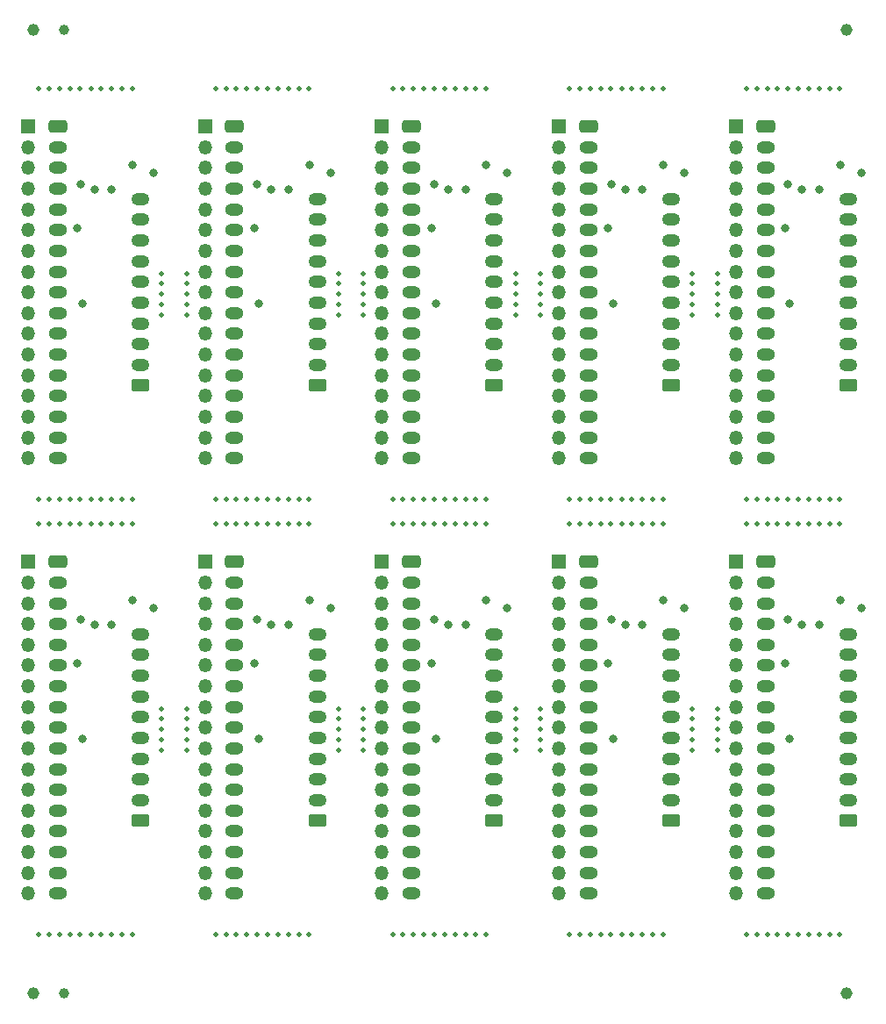
<source format=gbr>
%TF.GenerationSoftware,KiCad,Pcbnew,(6.0.1)*%
%TF.CreationDate,2022-07-06T22:16:31-07:00*%
%TF.ProjectId,mu100-dit-connector-board-panelized,6d753130-302d-4646-9974-2d636f6e6e65,rev?*%
%TF.SameCoordinates,Original*%
%TF.FileFunction,Soldermask,Bot*%
%TF.FilePolarity,Negative*%
%FSLAX46Y46*%
G04 Gerber Fmt 4.6, Leading zero omitted, Abs format (unit mm)*
G04 Created by KiCad (PCBNEW (6.0.1)) date 2022-07-06 22:16:31*
%MOMM*%
%LPD*%
G01*
G04 APERTURE LIST*
G04 Aperture macros list*
%AMRoundRect*
0 Rectangle with rounded corners*
0 $1 Rounding radius*
0 $2 $3 $4 $5 $6 $7 $8 $9 X,Y pos of 4 corners*
0 Add a 4 corners polygon primitive as box body*
4,1,4,$2,$3,$4,$5,$6,$7,$8,$9,$2,$3,0*
0 Add four circle primitives for the rounded corners*
1,1,$1+$1,$2,$3*
1,1,$1+$1,$4,$5*
1,1,$1+$1,$6,$7*
1,1,$1+$1,$8,$9*
0 Add four rect primitives between the rounded corners*
20,1,$1+$1,$2,$3,$4,$5,0*
20,1,$1+$1,$4,$5,$6,$7,0*
20,1,$1+$1,$6,$7,$8,$9,0*
20,1,$1+$1,$8,$9,$2,$3,0*%
G04 Aperture macros list end*
%ADD10C,1.000000*%
%ADD11C,1.152000*%
%ADD12C,0.500000*%
%ADD13R,1.350000X1.350000*%
%ADD14O,1.350000X1.350000*%
%ADD15RoundRect,0.250000X-0.650000X0.350000X-0.650000X-0.350000X0.650000X-0.350000X0.650000X0.350000X0*%
%ADD16O,1.800000X1.200000*%
%ADD17RoundRect,0.250000X0.625000X-0.350000X0.625000X0.350000X-0.625000X0.350000X-0.625000X-0.350000X0*%
%ADD18O,1.750000X1.200000*%
%ADD19C,0.800000*%
G04 APERTURE END LIST*
D10*
%TO.C,REF\u002A\u002A*%
X20500000Y-110500000D03*
%TD*%
D11*
%TO.C,REF\u002A\u002A*%
X96000000Y-110500000D03*
%TD*%
%TO.C,REF\u002A\u002A*%
X17500000Y-110500000D03*
%TD*%
D10*
%TO.C,REF\u002A\u002A*%
X20500000Y-17500000D03*
%TD*%
D11*
%TO.C,REF\u002A\u002A*%
X96000000Y-17500000D03*
%TD*%
%TO.C,REF\u002A\u002A*%
X17500000Y-17500000D03*
%TD*%
D12*
%TO.C,REF\u002A\u002A*%
X29875000Y-42000000D03*
%TD*%
%TO.C,REF\u002A\u002A*%
X46950000Y-41000000D03*
%TD*%
%TO.C,REF\u002A\u002A*%
X91350000Y-104800000D03*
%TD*%
%TO.C,REF\u002A\u002A*%
X54175000Y-65200000D03*
%TD*%
%TO.C,REF\u002A\u002A*%
X41125000Y-62800000D03*
%TD*%
%TO.C,REF\u002A\u002A*%
X73250000Y-23200000D03*
%TD*%
%TO.C,REF\u002A\u002A*%
X37100000Y-62800000D03*
%TD*%
%TO.C,REF\u002A\u002A*%
X41125000Y-104800000D03*
%TD*%
%TO.C,REF\u002A\u002A*%
X53175000Y-23200000D03*
%TD*%
%TO.C,REF\u002A\u002A*%
X29875000Y-44000000D03*
%TD*%
%TO.C,REF\u002A\u002A*%
X56175000Y-62800000D03*
%TD*%
%TO.C,REF\u002A\u002A*%
X64025000Y-41000000D03*
%TD*%
D13*
%TO.C,J1*%
X16995000Y-68835000D03*
D14*
X16995000Y-70835000D03*
X16995000Y-72835000D03*
X16995000Y-74835000D03*
X16995000Y-76835000D03*
X16995000Y-78835000D03*
X16995000Y-80835000D03*
X16995000Y-82835000D03*
X16995000Y-84835000D03*
X16995000Y-86835000D03*
X16995000Y-88835000D03*
X16995000Y-90835000D03*
X16995000Y-92835000D03*
X16995000Y-94835000D03*
X16995000Y-96835000D03*
X16995000Y-98835000D03*
X16995000Y-100835000D03*
%TD*%
D12*
%TO.C,REF\u002A\u002A*%
X36100000Y-62800000D03*
%TD*%
%TO.C,REF\u002A\u002A*%
X57200000Y-104800000D03*
%TD*%
%TO.C,REF\u002A\u002A*%
X37100000Y-23200000D03*
%TD*%
%TO.C,REF\u002A\u002A*%
X78275000Y-23200000D03*
%TD*%
%TO.C,REF\u002A\u002A*%
X52175000Y-104800000D03*
%TD*%
%TO.C,REF\u002A\u002A*%
X35100000Y-104800000D03*
%TD*%
%TO.C,REF\u002A\u002A*%
X88325000Y-62800000D03*
%TD*%
%TO.C,REF\u002A\u002A*%
X83500000Y-85000000D03*
%TD*%
%TO.C,REF\u002A\u002A*%
X57200000Y-23200000D03*
%TD*%
%TO.C,REF\u002A\u002A*%
X87325000Y-104800000D03*
%TD*%
%TO.C,REF\u002A\u002A*%
X64025000Y-86000000D03*
%TD*%
%TO.C,REF\u002A\u002A*%
X94350000Y-62800000D03*
%TD*%
%TO.C,REF\u002A\u002A*%
X95350000Y-65200000D03*
%TD*%
%TO.C,REF\u002A\u002A*%
X83500000Y-86000000D03*
%TD*%
%TO.C,REF\u002A\u002A*%
X32275000Y-86000000D03*
%TD*%
%TO.C,REF\u002A\u002A*%
X32275000Y-41000000D03*
%TD*%
%TO.C,REF\u002A\u002A*%
X38100000Y-23200000D03*
%TD*%
%TO.C,REF\u002A\u002A*%
X19025000Y-23200000D03*
%TD*%
%TO.C,REF\u002A\u002A*%
X26050000Y-104800000D03*
%TD*%
%TO.C,REF\u002A\u002A*%
X32275000Y-45000000D03*
%TD*%
%TO.C,REF\u002A\u002A*%
X56175000Y-65200000D03*
%TD*%
%TO.C,REF\u002A\u002A*%
X39100000Y-23200000D03*
%TD*%
%TO.C,REF\u002A\u002A*%
X52175000Y-65200000D03*
%TD*%
%TO.C,REF\u002A\u002A*%
X56175000Y-23200000D03*
%TD*%
%TO.C,REF\u002A\u002A*%
X81100000Y-83000000D03*
%TD*%
%TO.C,REF\u002A\u002A*%
X44125000Y-65200000D03*
%TD*%
%TO.C,REF\u002A\u002A*%
X55175000Y-62800000D03*
%TD*%
%TO.C,REF\u002A\u002A*%
X83500000Y-83000000D03*
%TD*%
%TO.C,REF\u002A\u002A*%
X81100000Y-86000000D03*
%TD*%
%TO.C,REF\u002A\u002A*%
X24050000Y-23200000D03*
%TD*%
%TO.C,REF\u002A\u002A*%
X36100000Y-23200000D03*
%TD*%
%TO.C,REF\u002A\u002A*%
X66425000Y-43000000D03*
%TD*%
%TO.C,REF\u002A\u002A*%
X81100000Y-41000000D03*
%TD*%
%TO.C,REF\u002A\u002A*%
X76275000Y-65200000D03*
%TD*%
%TO.C,REF\u002A\u002A*%
X87325000Y-65200000D03*
%TD*%
%TO.C,REF\u002A\u002A*%
X61200000Y-23200000D03*
%TD*%
%TO.C,REF\u002A\u002A*%
X83500000Y-84000000D03*
%TD*%
%TO.C,REF\u002A\u002A*%
X22025000Y-23200000D03*
%TD*%
%TO.C,REF\u002A\u002A*%
X32275000Y-44000000D03*
%TD*%
%TO.C,REF\u002A\u002A*%
X29875000Y-86000000D03*
%TD*%
%TO.C,REF\u002A\u002A*%
X40125000Y-62800000D03*
%TD*%
%TO.C,REF\u002A\u002A*%
X92350000Y-104800000D03*
%TD*%
%TO.C,REF\u002A\u002A*%
X54175000Y-62800000D03*
%TD*%
%TO.C,REF\u002A\u002A*%
X75275000Y-62800000D03*
%TD*%
D13*
%TO.C,J1*%
X16995000Y-26835000D03*
D14*
X16995000Y-28835000D03*
X16995000Y-30835000D03*
X16995000Y-32835000D03*
X16995000Y-34835000D03*
X16995000Y-36835000D03*
X16995000Y-38835000D03*
X16995000Y-40835000D03*
X16995000Y-42835000D03*
X16995000Y-44835000D03*
X16995000Y-46835000D03*
X16995000Y-48835000D03*
X16995000Y-50835000D03*
X16995000Y-52835000D03*
X16995000Y-54835000D03*
X16995000Y-56835000D03*
X16995000Y-58835000D03*
%TD*%
D12*
%TO.C,REF\u002A\u002A*%
X71250000Y-104800000D03*
%TD*%
%TO.C,REF\u002A\u002A*%
X49350000Y-86000000D03*
%TD*%
%TO.C,REF\u002A\u002A*%
X35100000Y-65200000D03*
%TD*%
%TO.C,REF\u002A\u002A*%
X39100000Y-62800000D03*
%TD*%
%TO.C,REF\u002A\u002A*%
X35100000Y-23200000D03*
%TD*%
%TO.C,REF\u002A\u002A*%
X95350000Y-104800000D03*
%TD*%
%TO.C,REF\u002A\u002A*%
X64025000Y-43000000D03*
%TD*%
%TO.C,REF\u002A\u002A*%
X24050000Y-104800000D03*
%TD*%
%TO.C,REF\u002A\u002A*%
X29875000Y-83000000D03*
%TD*%
%TO.C,REF\u002A\u002A*%
X19025000Y-65200000D03*
%TD*%
%TO.C,REF\u002A\u002A*%
X27050000Y-62800000D03*
%TD*%
%TO.C,REF\u002A\u002A*%
X83500000Y-41000000D03*
%TD*%
%TO.C,REF\u002A\u002A*%
X27050000Y-23200000D03*
%TD*%
%TO.C,REF\u002A\u002A*%
X29875000Y-45000000D03*
%TD*%
%TO.C,REF\u002A\u002A*%
X24050000Y-62800000D03*
%TD*%
%TO.C,REF\u002A\u002A*%
X90325000Y-62800000D03*
%TD*%
%TO.C,REF\u002A\u002A*%
X92350000Y-65200000D03*
%TD*%
%TO.C,REF\u002A\u002A*%
X88325000Y-23200000D03*
%TD*%
%TO.C,REF\u002A\u002A*%
X78275000Y-104800000D03*
%TD*%
%TO.C,REF\u002A\u002A*%
X73250000Y-62800000D03*
%TD*%
%TO.C,REF\u002A\u002A*%
X90325000Y-104800000D03*
%TD*%
%TO.C,REF\u002A\u002A*%
X60200000Y-62800000D03*
%TD*%
%TO.C,REF\u002A\u002A*%
X49350000Y-45000000D03*
%TD*%
%TO.C,REF\u002A\u002A*%
X78275000Y-65200000D03*
%TD*%
%TO.C,REF\u002A\u002A*%
X21025000Y-62800000D03*
%TD*%
%TO.C,REF\u002A\u002A*%
X36100000Y-65200000D03*
%TD*%
%TO.C,REF\u002A\u002A*%
X46950000Y-83000000D03*
%TD*%
D13*
%TO.C,J1*%
X85295000Y-68835000D03*
D14*
X85295000Y-70835000D03*
X85295000Y-72835000D03*
X85295000Y-74835000D03*
X85295000Y-76835000D03*
X85295000Y-78835000D03*
X85295000Y-80835000D03*
X85295000Y-82835000D03*
X85295000Y-84835000D03*
X85295000Y-86835000D03*
X85295000Y-88835000D03*
X85295000Y-90835000D03*
X85295000Y-92835000D03*
X85295000Y-94835000D03*
X85295000Y-96835000D03*
X85295000Y-98835000D03*
X85295000Y-100835000D03*
%TD*%
D12*
%TO.C,REF\u002A\u002A*%
X61200000Y-65200000D03*
%TD*%
%TO.C,REF\u002A\u002A*%
X29875000Y-87000000D03*
%TD*%
%TO.C,REF\u002A\u002A*%
X64025000Y-45000000D03*
%TD*%
D13*
%TO.C,J1*%
X34070000Y-26835000D03*
D14*
X34070000Y-28835000D03*
X34070000Y-30835000D03*
X34070000Y-32835000D03*
X34070000Y-34835000D03*
X34070000Y-36835000D03*
X34070000Y-38835000D03*
X34070000Y-40835000D03*
X34070000Y-42835000D03*
X34070000Y-44835000D03*
X34070000Y-46835000D03*
X34070000Y-48835000D03*
X34070000Y-50835000D03*
X34070000Y-52835000D03*
X34070000Y-54835000D03*
X34070000Y-56835000D03*
X34070000Y-58835000D03*
%TD*%
D13*
%TO.C,J1*%
X68220000Y-26835000D03*
D14*
X68220000Y-28835000D03*
X68220000Y-30835000D03*
X68220000Y-32835000D03*
X68220000Y-34835000D03*
X68220000Y-36835000D03*
X68220000Y-38835000D03*
X68220000Y-40835000D03*
X68220000Y-42835000D03*
X68220000Y-44835000D03*
X68220000Y-46835000D03*
X68220000Y-48835000D03*
X68220000Y-50835000D03*
X68220000Y-52835000D03*
X68220000Y-54835000D03*
X68220000Y-56835000D03*
X68220000Y-58835000D03*
%TD*%
D12*
%TO.C,REF\u002A\u002A*%
X32275000Y-84000000D03*
%TD*%
%TO.C,REF\u002A\u002A*%
X74275000Y-62800000D03*
%TD*%
%TO.C,REF\u002A\u002A*%
X20025000Y-104800000D03*
%TD*%
%TO.C,REF\u002A\u002A*%
X49350000Y-41000000D03*
%TD*%
%TO.C,REF\u002A\u002A*%
X42125000Y-62800000D03*
%TD*%
%TO.C,REF\u002A\u002A*%
X60200000Y-23200000D03*
%TD*%
%TO.C,REF\u002A\u002A*%
X29875000Y-41000000D03*
%TD*%
%TO.C,REF\u002A\u002A*%
X21025000Y-104800000D03*
%TD*%
%TO.C,REF\u002A\u002A*%
X18025000Y-65200000D03*
%TD*%
%TO.C,REF\u002A\u002A*%
X18025000Y-104800000D03*
%TD*%
%TO.C,REF\u002A\u002A*%
X58200000Y-62800000D03*
%TD*%
%TO.C,REF\u002A\u002A*%
X19025000Y-104800000D03*
%TD*%
%TO.C,REF\u002A\u002A*%
X23050000Y-23200000D03*
%TD*%
%TO.C,REF\u002A\u002A*%
X69250000Y-62800000D03*
%TD*%
%TO.C,REF\u002A\u002A*%
X59200000Y-104800000D03*
%TD*%
%TO.C,REF\u002A\u002A*%
X60200000Y-104800000D03*
%TD*%
%TO.C,REF\u002A\u002A*%
X52175000Y-62800000D03*
%TD*%
D13*
%TO.C,J1*%
X51145000Y-68835000D03*
D14*
X51145000Y-70835000D03*
X51145000Y-72835000D03*
X51145000Y-74835000D03*
X51145000Y-76835000D03*
X51145000Y-78835000D03*
X51145000Y-80835000D03*
X51145000Y-82835000D03*
X51145000Y-84835000D03*
X51145000Y-86835000D03*
X51145000Y-88835000D03*
X51145000Y-90835000D03*
X51145000Y-92835000D03*
X51145000Y-94835000D03*
X51145000Y-96835000D03*
X51145000Y-98835000D03*
X51145000Y-100835000D03*
%TD*%
D12*
%TO.C,REF\u002A\u002A*%
X76275000Y-62800000D03*
%TD*%
%TO.C,REF\u002A\u002A*%
X81100000Y-87000000D03*
%TD*%
%TO.C,REF\u002A\u002A*%
X23050000Y-62800000D03*
%TD*%
%TO.C,REF\u002A\u002A*%
X93350000Y-104800000D03*
%TD*%
%TO.C,REF\u002A\u002A*%
X86325000Y-104800000D03*
%TD*%
%TO.C,REF\u002A\u002A*%
X25050000Y-62800000D03*
%TD*%
%TO.C,REF\u002A\u002A*%
X66425000Y-83000000D03*
%TD*%
%TO.C,REF\u002A\u002A*%
X55175000Y-104800000D03*
%TD*%
%TO.C,REF\u002A\u002A*%
X26050000Y-23200000D03*
%TD*%
%TO.C,REF\u002A\u002A*%
X27050000Y-65200000D03*
%TD*%
%TO.C,REF\u002A\u002A*%
X32275000Y-85000000D03*
%TD*%
%TO.C,REF\u002A\u002A*%
X93350000Y-65200000D03*
%TD*%
%TO.C,REF\u002A\u002A*%
X35100000Y-62800000D03*
%TD*%
%TO.C,REF\u002A\u002A*%
X72250000Y-104800000D03*
%TD*%
%TO.C,REF\u002A\u002A*%
X81100000Y-85000000D03*
%TD*%
D13*
%TO.C,J1*%
X85295000Y-26835000D03*
D14*
X85295000Y-28835000D03*
X85295000Y-30835000D03*
X85295000Y-32835000D03*
X85295000Y-34835000D03*
X85295000Y-36835000D03*
X85295000Y-38835000D03*
X85295000Y-40835000D03*
X85295000Y-42835000D03*
X85295000Y-44835000D03*
X85295000Y-46835000D03*
X85295000Y-48835000D03*
X85295000Y-50835000D03*
X85295000Y-52835000D03*
X85295000Y-54835000D03*
X85295000Y-56835000D03*
X85295000Y-58835000D03*
%TD*%
D12*
%TO.C,REF\u002A\u002A*%
X91350000Y-23200000D03*
%TD*%
%TO.C,REF\u002A\u002A*%
X18025000Y-62800000D03*
%TD*%
%TO.C,REF\u002A\u002A*%
X32275000Y-42000000D03*
%TD*%
%TO.C,REF\u002A\u002A*%
X83500000Y-42000000D03*
%TD*%
%TO.C,REF\u002A\u002A*%
X83500000Y-44000000D03*
%TD*%
%TO.C,REF\u002A\u002A*%
X49350000Y-84000000D03*
%TD*%
%TO.C,REF\u002A\u002A*%
X26050000Y-62800000D03*
%TD*%
%TO.C,REF\u002A\u002A*%
X23050000Y-65200000D03*
%TD*%
%TO.C,REF\u002A\u002A*%
X77275000Y-62800000D03*
%TD*%
%TO.C,REF\u002A\u002A*%
X69250000Y-23200000D03*
%TD*%
%TO.C,REF\u002A\u002A*%
X90325000Y-65200000D03*
%TD*%
%TO.C,REF\u002A\u002A*%
X46950000Y-44000000D03*
%TD*%
%TO.C,REF\u002A\u002A*%
X57200000Y-62800000D03*
%TD*%
%TO.C,REF\u002A\u002A*%
X44125000Y-62800000D03*
%TD*%
%TO.C,REF\u002A\u002A*%
X72250000Y-23200000D03*
%TD*%
%TO.C,REF\u002A\u002A*%
X49350000Y-43000000D03*
%TD*%
%TO.C,REF\u002A\u002A*%
X42125000Y-23200000D03*
%TD*%
%TO.C,REF\u002A\u002A*%
X64025000Y-87000000D03*
%TD*%
%TO.C,REF\u002A\u002A*%
X86325000Y-23200000D03*
%TD*%
D13*
%TO.C,J1*%
X51145000Y-26835000D03*
D14*
X51145000Y-28835000D03*
X51145000Y-30835000D03*
X51145000Y-32835000D03*
X51145000Y-34835000D03*
X51145000Y-36835000D03*
X51145000Y-38835000D03*
X51145000Y-40835000D03*
X51145000Y-42835000D03*
X51145000Y-44835000D03*
X51145000Y-46835000D03*
X51145000Y-48835000D03*
X51145000Y-50835000D03*
X51145000Y-52835000D03*
X51145000Y-54835000D03*
X51145000Y-56835000D03*
X51145000Y-58835000D03*
%TD*%
D12*
%TO.C,REF\u002A\u002A*%
X77275000Y-65200000D03*
%TD*%
%TO.C,REF\u002A\u002A*%
X32275000Y-83000000D03*
%TD*%
%TO.C,REF\u002A\u002A*%
X39100000Y-104800000D03*
%TD*%
%TO.C,REF\u002A\u002A*%
X93350000Y-23200000D03*
%TD*%
%TO.C,REF\u002A\u002A*%
X70250000Y-65200000D03*
%TD*%
%TO.C,REF\u002A\u002A*%
X38100000Y-104800000D03*
%TD*%
%TO.C,REF\u002A\u002A*%
X83500000Y-43000000D03*
%TD*%
%TO.C,REF\u002A\u002A*%
X61200000Y-104800000D03*
%TD*%
%TO.C,REF\u002A\u002A*%
X60200000Y-65200000D03*
%TD*%
%TO.C,REF\u002A\u002A*%
X52175000Y-23200000D03*
%TD*%
%TO.C,REF\u002A\u002A*%
X88325000Y-104800000D03*
%TD*%
%TO.C,REF\u002A\u002A*%
X41125000Y-65200000D03*
%TD*%
%TO.C,REF\u002A\u002A*%
X46950000Y-86000000D03*
%TD*%
D13*
%TO.C,J1*%
X68220000Y-68835000D03*
D14*
X68220000Y-70835000D03*
X68220000Y-72835000D03*
X68220000Y-74835000D03*
X68220000Y-76835000D03*
X68220000Y-78835000D03*
X68220000Y-80835000D03*
X68220000Y-82835000D03*
X68220000Y-84835000D03*
X68220000Y-86835000D03*
X68220000Y-88835000D03*
X68220000Y-90835000D03*
X68220000Y-92835000D03*
X68220000Y-94835000D03*
X68220000Y-96835000D03*
X68220000Y-98835000D03*
X68220000Y-100835000D03*
%TD*%
D12*
%TO.C,REF\u002A\u002A*%
X49350000Y-87000000D03*
%TD*%
%TO.C,REF\u002A\u002A*%
X81100000Y-43000000D03*
%TD*%
%TO.C,REF\u002A\u002A*%
X42125000Y-65200000D03*
%TD*%
%TO.C,REF\u002A\u002A*%
X46950000Y-84000000D03*
%TD*%
%TO.C,REF\u002A\u002A*%
X40125000Y-65200000D03*
%TD*%
%TO.C,REF\u002A\u002A*%
X73250000Y-65200000D03*
%TD*%
%TO.C,REF\u002A\u002A*%
X89325000Y-62800000D03*
%TD*%
%TO.C,REF\u002A\u002A*%
X95350000Y-62800000D03*
%TD*%
%TO.C,REF\u002A\u002A*%
X39100000Y-65200000D03*
%TD*%
%TO.C,REF\u002A\u002A*%
X42125000Y-104800000D03*
%TD*%
%TO.C,REF\u002A\u002A*%
X49350000Y-83000000D03*
%TD*%
%TO.C,REF\u002A\u002A*%
X43125000Y-104800000D03*
%TD*%
%TO.C,REF\u002A\u002A*%
X66425000Y-87000000D03*
%TD*%
%TO.C,REF\u002A\u002A*%
X77275000Y-23200000D03*
%TD*%
%TO.C,REF\u002A\u002A*%
X64025000Y-84000000D03*
%TD*%
%TO.C,REF\u002A\u002A*%
X70250000Y-104800000D03*
%TD*%
%TO.C,REF\u002A\u002A*%
X29875000Y-85000000D03*
%TD*%
%TO.C,REF\u002A\u002A*%
X81100000Y-42000000D03*
%TD*%
%TO.C,REF\u002A\u002A*%
X74275000Y-104800000D03*
%TD*%
%TO.C,REF\u002A\u002A*%
X66425000Y-85000000D03*
%TD*%
%TO.C,REF\u002A\u002A*%
X49350000Y-85000000D03*
%TD*%
%TO.C,REF\u002A\u002A*%
X44125000Y-23200000D03*
%TD*%
%TO.C,REF\u002A\u002A*%
X77275000Y-104800000D03*
%TD*%
%TO.C,REF\u002A\u002A*%
X64025000Y-85000000D03*
%TD*%
%TO.C,REF\u002A\u002A*%
X27050000Y-104800000D03*
%TD*%
%TO.C,REF\u002A\u002A*%
X75275000Y-23200000D03*
%TD*%
%TO.C,REF\u002A\u002A*%
X91350000Y-65200000D03*
%TD*%
%TO.C,REF\u002A\u002A*%
X53175000Y-62800000D03*
%TD*%
%TO.C,REF\u002A\u002A*%
X64025000Y-83000000D03*
%TD*%
%TO.C,REF\u002A\u002A*%
X89325000Y-23200000D03*
%TD*%
%TO.C,REF\u002A\u002A*%
X83500000Y-45000000D03*
%TD*%
%TO.C,REF\u002A\u002A*%
X59200000Y-23200000D03*
%TD*%
%TO.C,REF\u002A\u002A*%
X23050000Y-104800000D03*
%TD*%
%TO.C,REF\u002A\u002A*%
X53175000Y-65200000D03*
%TD*%
%TO.C,REF\u002A\u002A*%
X66425000Y-42000000D03*
%TD*%
%TO.C,REF\u002A\u002A*%
X25050000Y-104800000D03*
%TD*%
%TO.C,REF\u002A\u002A*%
X69250000Y-104800000D03*
%TD*%
%TO.C,REF\u002A\u002A*%
X20025000Y-65200000D03*
%TD*%
%TO.C,REF\u002A\u002A*%
X81100000Y-45000000D03*
%TD*%
%TO.C,REF\u002A\u002A*%
X86325000Y-62800000D03*
%TD*%
%TO.C,REF\u002A\u002A*%
X43125000Y-23200000D03*
%TD*%
%TO.C,REF\u002A\u002A*%
X64025000Y-42000000D03*
%TD*%
%TO.C,REF\u002A\u002A*%
X59200000Y-62800000D03*
%TD*%
%TO.C,REF\u002A\u002A*%
X75275000Y-104800000D03*
%TD*%
%TO.C,REF\u002A\u002A*%
X58200000Y-104800000D03*
%TD*%
%TO.C,REF\u002A\u002A*%
X40125000Y-23200000D03*
%TD*%
%TO.C,REF\u002A\u002A*%
X61200000Y-62800000D03*
%TD*%
%TO.C,REF\u002A\u002A*%
X89325000Y-65200000D03*
%TD*%
%TO.C,REF\u002A\u002A*%
X58200000Y-23200000D03*
%TD*%
%TO.C,REF\u002A\u002A*%
X93350000Y-62800000D03*
%TD*%
%TO.C,REF\u002A\u002A*%
X36100000Y-104800000D03*
%TD*%
%TO.C,REF\u002A\u002A*%
X66425000Y-44000000D03*
%TD*%
%TO.C,REF\u002A\u002A*%
X43125000Y-62800000D03*
%TD*%
%TO.C,REF\u002A\u002A*%
X32275000Y-43000000D03*
%TD*%
%TO.C,REF\u002A\u002A*%
X25050000Y-65200000D03*
%TD*%
%TO.C,REF\u002A\u002A*%
X71250000Y-65200000D03*
%TD*%
%TO.C,REF\u002A\u002A*%
X72250000Y-65200000D03*
%TD*%
%TO.C,REF\u002A\u002A*%
X55175000Y-65200000D03*
%TD*%
%TO.C,REF\u002A\u002A*%
X91350000Y-62800000D03*
%TD*%
%TO.C,REF\u002A\u002A*%
X70250000Y-62800000D03*
%TD*%
%TO.C,REF\u002A\u002A*%
X37100000Y-65200000D03*
%TD*%
%TO.C,REF\u002A\u002A*%
X78275000Y-62800000D03*
%TD*%
%TO.C,REF\u002A\u002A*%
X73250000Y-104800000D03*
%TD*%
%TO.C,REF\u002A\u002A*%
X41125000Y-23200000D03*
%TD*%
%TO.C,REF\u002A\u002A*%
X94350000Y-65200000D03*
%TD*%
%TO.C,REF\u002A\u002A*%
X75275000Y-65200000D03*
%TD*%
%TO.C,REF\u002A\u002A*%
X55175000Y-23200000D03*
%TD*%
%TO.C,REF\u002A\u002A*%
X92350000Y-23200000D03*
%TD*%
%TO.C,REF\u002A\u002A*%
X69250000Y-65200000D03*
%TD*%
%TO.C,REF\u002A\u002A*%
X40125000Y-104800000D03*
%TD*%
%TO.C,REF\u002A\u002A*%
X32275000Y-87000000D03*
%TD*%
%TO.C,REF\u002A\u002A*%
X86325000Y-65200000D03*
%TD*%
%TO.C,REF\u002A\u002A*%
X46950000Y-87000000D03*
%TD*%
%TO.C,REF\u002A\u002A*%
X49350000Y-44000000D03*
%TD*%
%TO.C,REF\u002A\u002A*%
X56175000Y-104800000D03*
%TD*%
%TO.C,REF\u002A\u002A*%
X95350000Y-23200000D03*
%TD*%
%TO.C,REF\u002A\u002A*%
X38100000Y-62800000D03*
%TD*%
%TO.C,REF\u002A\u002A*%
X74275000Y-65200000D03*
%TD*%
%TO.C,REF\u002A\u002A*%
X70250000Y-23200000D03*
%TD*%
%TO.C,REF\u002A\u002A*%
X87325000Y-23200000D03*
%TD*%
%TO.C,REF\u002A\u002A*%
X44125000Y-104800000D03*
%TD*%
%TO.C,REF\u002A\u002A*%
X46950000Y-85000000D03*
%TD*%
%TO.C,REF\u002A\u002A*%
X66425000Y-41000000D03*
%TD*%
%TO.C,REF\u002A\u002A*%
X46950000Y-43000000D03*
%TD*%
%TO.C,REF\u002A\u002A*%
X71250000Y-23200000D03*
%TD*%
%TO.C,REF\u002A\u002A*%
X19025000Y-62800000D03*
%TD*%
%TO.C,REF\u002A\u002A*%
X71250000Y-62800000D03*
%TD*%
%TO.C,REF\u002A\u002A*%
X18025000Y-23200000D03*
%TD*%
%TO.C,REF\u002A\u002A*%
X22025000Y-62800000D03*
%TD*%
%TO.C,REF\u002A\u002A*%
X37100000Y-104800000D03*
%TD*%
%TO.C,REF\u002A\u002A*%
X20025000Y-23200000D03*
%TD*%
%TO.C,REF\u002A\u002A*%
X83500000Y-87000000D03*
%TD*%
%TO.C,REF\u002A\u002A*%
X94350000Y-23200000D03*
%TD*%
%TO.C,REF\u002A\u002A*%
X58200000Y-65200000D03*
%TD*%
%TO.C,REF\u002A\u002A*%
X21025000Y-65200000D03*
%TD*%
%TO.C,REF\u002A\u002A*%
X53175000Y-104800000D03*
%TD*%
%TO.C,REF\u002A\u002A*%
X38100000Y-65200000D03*
%TD*%
%TO.C,REF\u002A\u002A*%
X22025000Y-104800000D03*
%TD*%
%TO.C,REF\u002A\u002A*%
X90325000Y-23200000D03*
%TD*%
%TO.C,REF\u002A\u002A*%
X74275000Y-23200000D03*
%TD*%
%TO.C,REF\u002A\u002A*%
X94350000Y-104800000D03*
%TD*%
%TO.C,REF\u002A\u002A*%
X46950000Y-42000000D03*
%TD*%
%TO.C,REF\u002A\u002A*%
X21025000Y-23200000D03*
%TD*%
%TO.C,REF\u002A\u002A*%
X46950000Y-45000000D03*
%TD*%
%TO.C,REF\u002A\u002A*%
X43125000Y-65200000D03*
%TD*%
%TO.C,REF\u002A\u002A*%
X26050000Y-65200000D03*
%TD*%
%TO.C,REF\u002A\u002A*%
X66425000Y-86000000D03*
%TD*%
%TO.C,REF\u002A\u002A*%
X66425000Y-45000000D03*
%TD*%
%TO.C,REF\u002A\u002A*%
X59200000Y-65200000D03*
%TD*%
%TO.C,REF\u002A\u002A*%
X76275000Y-23200000D03*
%TD*%
%TO.C,REF\u002A\u002A*%
X72250000Y-62800000D03*
%TD*%
%TO.C,REF\u002A\u002A*%
X20025000Y-62800000D03*
%TD*%
%TO.C,REF\u002A\u002A*%
X87325000Y-62800000D03*
%TD*%
%TO.C,REF\u002A\u002A*%
X54175000Y-104800000D03*
%TD*%
%TO.C,REF\u002A\u002A*%
X76275000Y-104800000D03*
%TD*%
%TO.C,REF\u002A\u002A*%
X81100000Y-44000000D03*
%TD*%
%TO.C,REF\u002A\u002A*%
X25050000Y-23200000D03*
%TD*%
%TO.C,REF\u002A\u002A*%
X54175000Y-23200000D03*
%TD*%
%TO.C,REF\u002A\u002A*%
X92350000Y-62800000D03*
%TD*%
%TO.C,REF\u002A\u002A*%
X22025000Y-65200000D03*
%TD*%
%TO.C,REF\u002A\u002A*%
X57200000Y-65200000D03*
%TD*%
D13*
%TO.C,J1*%
X34070000Y-68835000D03*
D14*
X34070000Y-70835000D03*
X34070000Y-72835000D03*
X34070000Y-74835000D03*
X34070000Y-76835000D03*
X34070000Y-78835000D03*
X34070000Y-80835000D03*
X34070000Y-82835000D03*
X34070000Y-84835000D03*
X34070000Y-86835000D03*
X34070000Y-88835000D03*
X34070000Y-90835000D03*
X34070000Y-92835000D03*
X34070000Y-94835000D03*
X34070000Y-96835000D03*
X34070000Y-98835000D03*
X34070000Y-100835000D03*
%TD*%
D12*
%TO.C,REF\u002A\u002A*%
X49350000Y-42000000D03*
%TD*%
%TO.C,REF\u002A\u002A*%
X88325000Y-65200000D03*
%TD*%
%TO.C,REF\u002A\u002A*%
X29875000Y-84000000D03*
%TD*%
%TO.C,REF\u002A\u002A*%
X81100000Y-84000000D03*
%TD*%
%TO.C,REF\u002A\u002A*%
X29875000Y-43000000D03*
%TD*%
%TO.C,REF\u002A\u002A*%
X64025000Y-44000000D03*
%TD*%
%TO.C,REF\u002A\u002A*%
X89325000Y-104800000D03*
%TD*%
%TO.C,REF\u002A\u002A*%
X24050000Y-65200000D03*
%TD*%
%TO.C,REF\u002A\u002A*%
X66425000Y-84000000D03*
%TD*%
D15*
%TO.C,J2*%
X71080000Y-68835000D03*
D16*
X71080000Y-70835000D03*
X71080000Y-72835000D03*
X71080000Y-74835000D03*
X71080000Y-76835000D03*
X71080000Y-78835000D03*
X71080000Y-80835000D03*
X71080000Y-82835000D03*
X71080000Y-84835000D03*
X71080000Y-86835000D03*
X71080000Y-88835000D03*
X71080000Y-90835000D03*
X71080000Y-92835000D03*
X71080000Y-94835000D03*
X71080000Y-96835000D03*
X71080000Y-98835000D03*
X71080000Y-100835000D03*
%TD*%
D15*
%TO.C,J2*%
X88155000Y-68835000D03*
D16*
X88155000Y-70835000D03*
X88155000Y-72835000D03*
X88155000Y-74835000D03*
X88155000Y-76835000D03*
X88155000Y-78835000D03*
X88155000Y-80835000D03*
X88155000Y-82835000D03*
X88155000Y-84835000D03*
X88155000Y-86835000D03*
X88155000Y-88835000D03*
X88155000Y-90835000D03*
X88155000Y-92835000D03*
X88155000Y-94835000D03*
X88155000Y-96835000D03*
X88155000Y-98835000D03*
X88155000Y-100835000D03*
%TD*%
D15*
%TO.C,J2*%
X36930000Y-26835000D03*
D16*
X36930000Y-28835000D03*
X36930000Y-30835000D03*
X36930000Y-32835000D03*
X36930000Y-34835000D03*
X36930000Y-36835000D03*
X36930000Y-38835000D03*
X36930000Y-40835000D03*
X36930000Y-42835000D03*
X36930000Y-44835000D03*
X36930000Y-46835000D03*
X36930000Y-48835000D03*
X36930000Y-50835000D03*
X36930000Y-52835000D03*
X36930000Y-54835000D03*
X36930000Y-56835000D03*
X36930000Y-58835000D03*
%TD*%
D17*
%TO.C,J3*%
X27815000Y-93825000D03*
D18*
X27815000Y-91825000D03*
X27815000Y-89825000D03*
X27815000Y-87825000D03*
X27815000Y-85825000D03*
X27815000Y-83825000D03*
X27815000Y-81825000D03*
X27815000Y-79825000D03*
X27815000Y-77825000D03*
X27815000Y-75825000D03*
%TD*%
D17*
%TO.C,J3*%
X79040000Y-93825000D03*
D18*
X79040000Y-91825000D03*
X79040000Y-89825000D03*
X79040000Y-87825000D03*
X79040000Y-85825000D03*
X79040000Y-83825000D03*
X79040000Y-81825000D03*
X79040000Y-79825000D03*
X79040000Y-77825000D03*
X79040000Y-75825000D03*
%TD*%
D17*
%TO.C,J3*%
X44890000Y-51825000D03*
D18*
X44890000Y-49825000D03*
X44890000Y-47825000D03*
X44890000Y-45825000D03*
X44890000Y-43825000D03*
X44890000Y-41825000D03*
X44890000Y-39825000D03*
X44890000Y-37825000D03*
X44890000Y-35825000D03*
X44890000Y-33825000D03*
%TD*%
D17*
%TO.C,J3*%
X61965000Y-93825000D03*
D18*
X61965000Y-91825000D03*
X61965000Y-89825000D03*
X61965000Y-87825000D03*
X61965000Y-85825000D03*
X61965000Y-83825000D03*
X61965000Y-81825000D03*
X61965000Y-79825000D03*
X61965000Y-77825000D03*
X61965000Y-75825000D03*
%TD*%
D15*
%TO.C,J2*%
X71080000Y-26835000D03*
D16*
X71080000Y-28835000D03*
X71080000Y-30835000D03*
X71080000Y-32835000D03*
X71080000Y-34835000D03*
X71080000Y-36835000D03*
X71080000Y-38835000D03*
X71080000Y-40835000D03*
X71080000Y-42835000D03*
X71080000Y-44835000D03*
X71080000Y-46835000D03*
X71080000Y-48835000D03*
X71080000Y-50835000D03*
X71080000Y-52835000D03*
X71080000Y-54835000D03*
X71080000Y-56835000D03*
X71080000Y-58835000D03*
%TD*%
D15*
%TO.C,J2*%
X54005000Y-26835000D03*
D16*
X54005000Y-28835000D03*
X54005000Y-30835000D03*
X54005000Y-32835000D03*
X54005000Y-34835000D03*
X54005000Y-36835000D03*
X54005000Y-38835000D03*
X54005000Y-40835000D03*
X54005000Y-42835000D03*
X54005000Y-44835000D03*
X54005000Y-46835000D03*
X54005000Y-48835000D03*
X54005000Y-50835000D03*
X54005000Y-52835000D03*
X54005000Y-54835000D03*
X54005000Y-56835000D03*
X54005000Y-58835000D03*
%TD*%
D17*
%TO.C,J3*%
X61965000Y-51825000D03*
D18*
X61965000Y-49825000D03*
X61965000Y-47825000D03*
X61965000Y-45825000D03*
X61965000Y-43825000D03*
X61965000Y-41825000D03*
X61965000Y-39825000D03*
X61965000Y-37825000D03*
X61965000Y-35825000D03*
X61965000Y-33825000D03*
%TD*%
D17*
%TO.C,J3*%
X44890000Y-93825000D03*
D18*
X44890000Y-91825000D03*
X44890000Y-89825000D03*
X44890000Y-87825000D03*
X44890000Y-85825000D03*
X44890000Y-83825000D03*
X44890000Y-81825000D03*
X44890000Y-79825000D03*
X44890000Y-77825000D03*
X44890000Y-75825000D03*
%TD*%
D17*
%TO.C,J3*%
X27815000Y-51825000D03*
D18*
X27815000Y-49825000D03*
X27815000Y-47825000D03*
X27815000Y-45825000D03*
X27815000Y-43825000D03*
X27815000Y-41825000D03*
X27815000Y-39825000D03*
X27815000Y-37825000D03*
X27815000Y-35825000D03*
X27815000Y-33825000D03*
%TD*%
D17*
%TO.C,J3*%
X96115000Y-93825000D03*
D18*
X96115000Y-91825000D03*
X96115000Y-89825000D03*
X96115000Y-87825000D03*
X96115000Y-85825000D03*
X96115000Y-83825000D03*
X96115000Y-81825000D03*
X96115000Y-79825000D03*
X96115000Y-77825000D03*
X96115000Y-75825000D03*
%TD*%
D17*
%TO.C,J3*%
X96115000Y-51825000D03*
D18*
X96115000Y-49825000D03*
X96115000Y-47825000D03*
X96115000Y-45825000D03*
X96115000Y-43825000D03*
X96115000Y-41825000D03*
X96115000Y-39825000D03*
X96115000Y-37825000D03*
X96115000Y-35825000D03*
X96115000Y-33825000D03*
%TD*%
D15*
%TO.C,J2*%
X19855000Y-68835000D03*
D16*
X19855000Y-70835000D03*
X19855000Y-72835000D03*
X19855000Y-74835000D03*
X19855000Y-76835000D03*
X19855000Y-78835000D03*
X19855000Y-80835000D03*
X19855000Y-82835000D03*
X19855000Y-84835000D03*
X19855000Y-86835000D03*
X19855000Y-88835000D03*
X19855000Y-90835000D03*
X19855000Y-92835000D03*
X19855000Y-94835000D03*
X19855000Y-96835000D03*
X19855000Y-98835000D03*
X19855000Y-100835000D03*
%TD*%
D17*
%TO.C,J3*%
X79040000Y-51825000D03*
D18*
X79040000Y-49825000D03*
X79040000Y-47825000D03*
X79040000Y-45825000D03*
X79040000Y-43825000D03*
X79040000Y-41825000D03*
X79040000Y-39825000D03*
X79040000Y-37825000D03*
X79040000Y-35825000D03*
X79040000Y-33825000D03*
%TD*%
D15*
%TO.C,J2*%
X36930000Y-68835000D03*
D16*
X36930000Y-70835000D03*
X36930000Y-72835000D03*
X36930000Y-74835000D03*
X36930000Y-76835000D03*
X36930000Y-78835000D03*
X36930000Y-80835000D03*
X36930000Y-82835000D03*
X36930000Y-84835000D03*
X36930000Y-86835000D03*
X36930000Y-88835000D03*
X36930000Y-90835000D03*
X36930000Y-92835000D03*
X36930000Y-94835000D03*
X36930000Y-96835000D03*
X36930000Y-98835000D03*
X36930000Y-100835000D03*
%TD*%
D15*
%TO.C,J2*%
X54005000Y-68835000D03*
D16*
X54005000Y-70835000D03*
X54005000Y-72835000D03*
X54005000Y-74835000D03*
X54005000Y-76835000D03*
X54005000Y-78835000D03*
X54005000Y-80835000D03*
X54005000Y-82835000D03*
X54005000Y-84835000D03*
X54005000Y-86835000D03*
X54005000Y-88835000D03*
X54005000Y-90835000D03*
X54005000Y-92835000D03*
X54005000Y-94835000D03*
X54005000Y-96835000D03*
X54005000Y-98835000D03*
X54005000Y-100835000D03*
%TD*%
D15*
%TO.C,J2*%
X19855000Y-26835000D03*
D16*
X19855000Y-28835000D03*
X19855000Y-30835000D03*
X19855000Y-32835000D03*
X19855000Y-34835000D03*
X19855000Y-36835000D03*
X19855000Y-38835000D03*
X19855000Y-40835000D03*
X19855000Y-42835000D03*
X19855000Y-44835000D03*
X19855000Y-46835000D03*
X19855000Y-48835000D03*
X19855000Y-50835000D03*
X19855000Y-52835000D03*
X19855000Y-54835000D03*
X19855000Y-56835000D03*
X19855000Y-58835000D03*
%TD*%
D15*
%TO.C,J2*%
X88155000Y-26835000D03*
D16*
X88155000Y-28835000D03*
X88155000Y-30835000D03*
X88155000Y-32835000D03*
X88155000Y-34835000D03*
X88155000Y-36835000D03*
X88155000Y-38835000D03*
X88155000Y-40835000D03*
X88155000Y-42835000D03*
X88155000Y-44835000D03*
X88155000Y-46835000D03*
X88155000Y-48835000D03*
X88155000Y-50835000D03*
X88155000Y-52835000D03*
X88155000Y-54835000D03*
X88155000Y-56835000D03*
X88155000Y-58835000D03*
%TD*%
D19*
X22220200Y-43903600D03*
X21763000Y-36664600D03*
X29095000Y-31315000D03*
X27065000Y-30525000D03*
X22035000Y-32395000D03*
X23395000Y-32885000D03*
X25075000Y-32945000D03*
X39295200Y-43903600D03*
X38838000Y-36664600D03*
X42150000Y-32945000D03*
X44140000Y-30525000D03*
X39110000Y-32395000D03*
X46170000Y-31315000D03*
X40470000Y-32885000D03*
X56370200Y-43903600D03*
X55913000Y-36664600D03*
X56185000Y-32395000D03*
X61215000Y-30525000D03*
X59225000Y-32945000D03*
X57545000Y-32885000D03*
X63245000Y-31315000D03*
X73445200Y-43903600D03*
X72988000Y-36664600D03*
X80320000Y-31315000D03*
X74620000Y-32885000D03*
X78290000Y-30525000D03*
X76300000Y-32945000D03*
X73260000Y-32395000D03*
X90520200Y-43903600D03*
X90063000Y-36664600D03*
X90335000Y-32395000D03*
X97395000Y-31315000D03*
X95365000Y-30525000D03*
X91695000Y-32885000D03*
X93375000Y-32945000D03*
X22220200Y-85903600D03*
X21763000Y-78664600D03*
X22035000Y-74395000D03*
X29095000Y-73315000D03*
X25075000Y-74945000D03*
X23395000Y-74885000D03*
X27065000Y-72525000D03*
X39295200Y-85903600D03*
X38838000Y-78664600D03*
X42150000Y-74945000D03*
X46170000Y-73315000D03*
X40470000Y-74885000D03*
X39110000Y-74395000D03*
X44140000Y-72525000D03*
X56370200Y-85903600D03*
X55913000Y-78664600D03*
X61215000Y-72525000D03*
X59225000Y-74945000D03*
X57545000Y-74885000D03*
X63245000Y-73315000D03*
X56185000Y-74395000D03*
X73445200Y-85903600D03*
X72988000Y-78664600D03*
X78290000Y-72525000D03*
X80320000Y-73315000D03*
X76300000Y-74945000D03*
X74620000Y-74885000D03*
X73260000Y-74395000D03*
X90520200Y-85903600D03*
X90063000Y-78664600D03*
X90335000Y-74395000D03*
X95365000Y-72525000D03*
X91695000Y-74885000D03*
X93375000Y-74945000D03*
X97395000Y-73315000D03*
M02*

</source>
